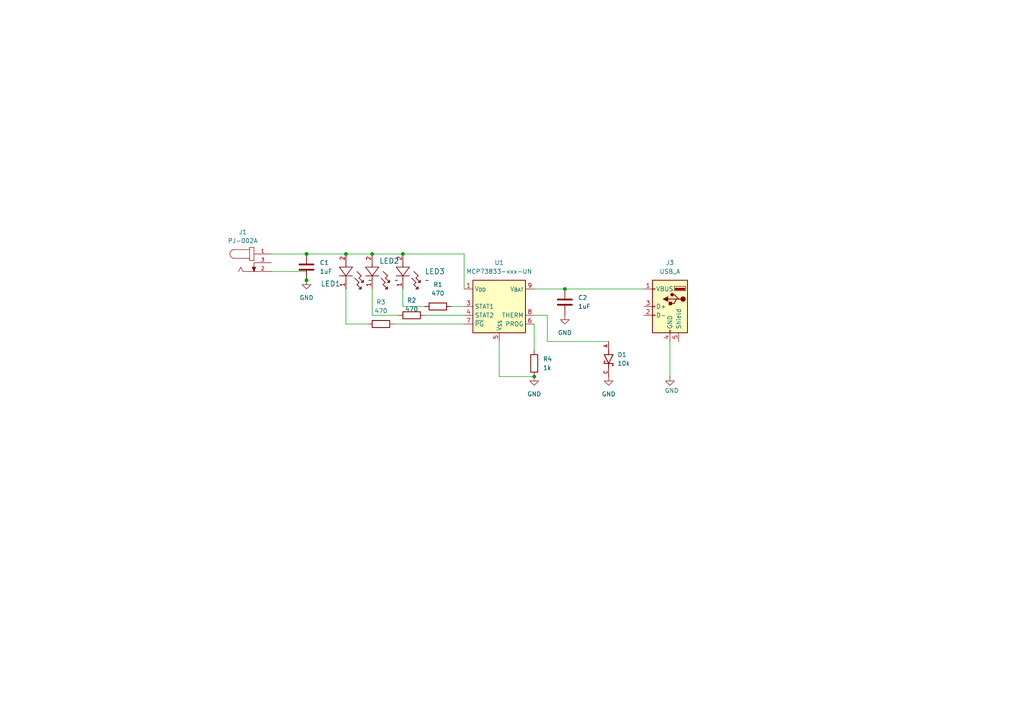
<source format=kicad_sch>
(kicad_sch (version 20250114) (generator "eeschema") (generator_version "9.0")
  (paper "A4")
  (lib_symbols
    (symbol "1N5819HW-7:1N5819HW-7" (pin_names (offset 1.016))
      (property "Reference" "D" (at -5.08 2.54 0))
      (property "Value" "1N5819HW-7" (at -5.08 -3.81 0))
      (symbol "1N5819HW-7_0_0"
        (polyline (pts (xy -2.54 0) (xy -1.27 0)) (stroke (width 0.254)))
        (polyline (pts (xy -1.27 1.27) (xy -1.27 -1.27)) (stroke (width 0.254)))
        (polyline (pts (xy -1.27 -1.27) (xy 1.27 0)) (stroke (width 0.254)))
        (polyline (pts (xy 0.635 -1.016) (xy 0.635 -1.27)) (stroke (width 0.254)))
        (polyline (pts (xy 1.27 1.27) (xy 1.27 -1.27)) (stroke (width 0.254)))
        (polyline (pts (xy 1.27 0) (xy -1.27 1.27)) (stroke (width 0.254)))
        (polyline (pts (xy 1.27 -1.27) (xy 0.635 -1.27)) (stroke (width 0.254)))
        (polyline (pts (xy 1.905 1.27) (xy 1.27 1.27)) (stroke (width 0.254)))
        (polyline (pts (xy 1.905 1.27) (xy 1.905 1.016)) (stroke (width 0.254)))
        (polyline (pts (xy 2.54 0) (xy 1.27 0)) (stroke (width 0.254)))
        (pin passive line (at -5.08 0 0) (length 2.54) (name "~") (number "A"))
        (pin passive line (at 5.08 0 180) (length 2.54) (name "~") (number "C"))
      )
    )
    (symbol "2025-09-04_19-11-49:LTST-C150GKT" (pin_names (offset 0.254))
      (property "Reference" "LED" (at 5.08 -4.445 0))
      (property "Value" "LTST-C150GKT" (at 5.08 -7.62 0))
      (symbol "LTST-C150GKT_1_1"
        (polyline (pts (xy 2.54 0) (xy 3.4798 0)) (stroke (width 0.2032)))
        (polyline (pts (xy 3.175 0) (xy 3.81 0)) (stroke (width 0.2032)))
        (polyline (pts (xy 3.81 1.905) (xy 3.81 -1.905)) (stroke (width 0.2032)))
        (polyline (pts (xy 3.81 -1.905) (xy 6.35 0)) (stroke (width 0.2032)))
        (polyline (pts (xy 5.08 3.175) (xy 6.35 4.445)) (stroke (width 0.2032)))
        (polyline (pts (xy 6.35 4.445) (xy 6.985 3.81)) (stroke (width 0.2032)))
        (polyline (pts (xy 6.35 0) (xy 3.81 1.905)) (stroke (width 0.2032)))
        (polyline (pts (xy 6.35 0) (xy 7.62 0)) (stroke (width 0.2032)))
        (polyline (pts (xy 6.35 -1.905) (xy 6.35 1.905)) (stroke (width 0.2032)))
        (polyline (pts (xy 6.985 3.81) (xy 8.255 5.08)) (stroke (width 0.2032)))
        (polyline (pts (xy 6.985 2.54) (xy 8.255 3.81)) (stroke (width 0.2032)))
        (polyline (pts (xy 7.62 5.08) (xy 8.255 4.445)) (stroke (width 0.2032)))
        (polyline (pts (xy 8.255 5.08) (xy 7.62 5.08)) (stroke (width 0.2032)))
        (polyline (pts (xy 8.255 4.445) (xy 8.255 5.08)) (stroke (width 0.2032)))
        (polyline (pts (xy 8.255 3.81) (xy 8.89 3.175)) (stroke (width 0.2032)))
        (polyline (pts (xy 8.89 3.175) (xy 10.16 4.445)) (stroke (width 0.2032)))
        (polyline (pts (xy 9.525 4.445) (xy 10.16 3.81)) (stroke (width 0.2032)))
        (polyline (pts (xy 10.16 4.445) (xy 9.525 4.445)) (stroke (width 0.2032)))
        (polyline (pts (xy 10.16 3.81) (xy 10.16 4.445)) (stroke (width 0.2032)))
        (pin unspecified line (at 0 0 0) (length 2.54) (name "") (number "2"))
        (pin unspecified line (at 10.16 0 180) (length 2.54) (name "") (number "1"))
      )
      (symbol "LTST-C150GKT_1_2"
        (polyline (pts (xy -5.08 8.255) (xy -5.08 7.62)) (stroke (width 0.2032)))
        (polyline (pts (xy -5.08 7.62) (xy -4.445 8.255)) (stroke (width 0.2032)))
        (polyline (pts (xy -4.445 10.16) (xy -4.445 9.525)) (stroke (width 0.2032)))
        (polyline (pts (xy -4.445 9.525) (xy -3.81 10.16)) (stroke (width 0.2032)))
        (polyline (pts (xy -4.445 8.255) (xy -5.08 8.255)) (stroke (width 0.2032)))
        (polyline (pts (xy -4.445 6.35) (xy -3.81 6.985)) (stroke (width 0.2032)))
        (polyline (pts (xy -3.81 10.16) (xy -4.445 10.16)) (stroke (width 0.2032)))
        (polyline (pts (xy -3.81 8.255) (xy -3.175 8.89)) (stroke (width 0.2032)))
        (polyline (pts (xy -3.81 6.985) (xy -5.08 8.255)) (stroke (width 0.2032)))
        (polyline (pts (xy -3.175 8.89) (xy -4.445 10.16)) (stroke (width 0.2032)))
        (polyline (pts (xy -3.175 5.08) (xy -4.445 6.35)) (stroke (width 0.2032)))
        (polyline (pts (xy -2.54 6.985) (xy -3.81 8.255)) (stroke (width 0.2032)))
        (polyline (pts (xy -1.905 3.81) (xy 1.905 3.81)) (stroke (width 0.2032)))
        (polyline (pts (xy 0 6.35) (xy -1.905 3.81)) (stroke (width 0.2032)))
        (polyline (pts (xy 0 6.35) (xy 0 7.62)) (stroke (width 0.2032)))
        (polyline (pts (xy 0 3.175) (xy 0 3.81)) (stroke (width 0.2032)))
        (polyline (pts (xy 0 2.54) (xy 0 3.4798)) (stroke (width 0.2032)))
        (polyline (pts (xy 1.905 6.35) (xy -1.905 6.35)) (stroke (width 0.2032)))
        (polyline (pts (xy 1.905 3.81) (xy 0 6.35)) (stroke (width 0.2032)))
        (pin unspecified line (at 0 10.16 270) (length 2.54) (name "") (number "1"))
        (pin unspecified line (at 0 0 90) (length 2.54) (name "") (number "2"))
      )
    )
    (symbol "Battery_Management:MCP73833-xxx-UN"
      (property "Reference" "U" (at -6.35 8.89 0))
      (property "Value" "MCP73833-xxx-UN" (at 10.16 8.89 0))
      (symbol "MCP73833-xxx-UN_1_1"
        (rectangle (start -7.62 7.62) (end 7.62 -7.62) (stroke (width 0.254)) (fill (type background)))
        (pin power_in line (at -10.16 5.08 0) (length 2.54) (name "V_{DD}") (number "1"))
        (pin passive line (at -10.16 5.08 0) (length 2.54) (hide yes) (name "V_{DD}") (number "2"))
        (pin open_collector line (at -10.16 0 0) (length 2.54) (name "STAT1") (number "3"))
        (pin open_collector line (at -10.16 -2.54 0) (length 2.54) (name "STAT2") (number "4"))
        (pin open_collector line (at -10.16 -5.08 0) (length 2.54) (name "~{PG}") (number "7"))
        (pin power_in line (at 0 -10.16 90) (length 2.54) (name "V_{SS}") (number "5"))
        (pin passive line (at 10.16 5.08 180) (length 2.54) (hide yes) (name "V_{BAT}") (number "10"))
        (pin power_out line (at 10.16 5.08 180) (length 2.54) (name "V_{BAT}") (number "9"))
        (pin passive line (at 10.16 -2.54 180) (length 2.54) (name "THERM") (number "8"))
        (pin input line (at 10.16 -5.08 180) (length 2.54) (name "PROG") (number "6"))
      )
    )
    (symbol "Connector:USB_A" (pin_names (offset 1.016))
      (property "Reference" "J" (at -5.08 11.43 0))
      (property "Value" "USB_A" (at -5.08 8.89 0))
      (symbol "USB_A_0_1"
        (rectangle (start -5.08 -7.62) (end 5.08 7.62) (stroke (width 0.254)) (fill (type background)))
        (circle (center -3.81 2.159) (radius 0.635) (stroke (width 0.254)) (fill (type outline)))
        (polyline (pts (xy -3.175 2.159) (xy -2.54 2.159) (xy -1.27 3.429) (xy -0.635 3.429)) (stroke (width 0.254)))
        (polyline (pts (xy -2.54 2.159) (xy -1.905 2.159) (xy -1.27 0.889) (xy 0 0.889)) (stroke (width 0.254)))
        (rectangle (start -1.524 4.826) (end -4.318 5.334) (fill (type outline)))
        (rectangle (start -1.27 4.572) (end -4.572 5.842))
        (circle (center -0.635 3.429) (radius 0.381) (stroke (width 0.254)) (fill (type outline)))
        (rectangle (start -0.127 -7.62) (end 0.127 -6.858))
        (rectangle (start 0.254 1.27) (end -0.508 0.508) (stroke (width 0.254)) (fill (type outline)))
        (polyline (pts (xy 0.635 2.794) (xy 0.635 1.524) (xy 1.905 2.159) (xy 0.635 2.794)) (stroke (width 0.254)) (fill (type outline)))
        (rectangle (start 5.08 4.953) (end 4.318 5.207))
        (rectangle (start 5.08 -0.127) (end 4.318 0.127))
        (rectangle (start 5.08 -2.667) (end 4.318 -2.413))
      )
      (symbol "USB_A_1_1"
        (polyline (pts (xy -1.905 2.159) (xy 0.635 2.159)) (stroke (width 0.254)))
        (pin passive line (at -2.54 -10.16 90) (length 2.54) (name "Shield") (number "5"))
        (pin power_in line (at 0 -10.16 90) (length 2.54) (name "GND") (number "4"))
        (pin power_in line (at 7.62 5.08 180) (length 2.54) (name "VBUS") (number "1"))
        (pin bidirectional line (at 7.62 0 180) (length 2.54) (name "D+") (number "3"))
        (pin bidirectional line (at 7.62 -2.54 180) (length 2.54) (name "D-") (number "2"))
      )
    )
    (symbol "Device:C" (pin_numbers (hide yes)) (pin_names (offset 0.254))
      (property "Reference" "C" (at 0.635 2.54 0))
      (property "Value" "C" (at 0.635 -2.54 0))
      (symbol "C_0_1"
        (polyline (pts (xy -2.032 0.762) (xy 2.032 0.762)) (stroke (width 0.508)))
        (polyline (pts (xy -2.032 -0.762) (xy 2.032 -0.762)) (stroke (width 0.508)))
      )
      (symbol "C_1_1"
        (pin passive line (at 0 3.81 270) (length 2.794) (name "~") (number "1"))
        (pin passive line (at 0 -3.81 90) (length 2.794) (name "~") (number "2"))
      )
    )
    (symbol "Device:R" (pin_numbers (hide yes)) (pin_names (offset 0))
      (property "Reference" "R" (at 2.032 0 90))
      (property "Value" "R" (at 0 0 90))
      (symbol "R_0_1"
        (rectangle (start -1.016 -2.54) (end 1.016 2.54) (stroke (width 0.254)))
      )
      (symbol "R_1_1"
        (pin passive line (at 0 3.81 270) (length 1.27) (name "~") (number "1"))
        (pin passive line (at 0 -3.81 90) (length 1.27) (name "~") (number "2"))
      )
    )
    (symbol "PJ-002A:PJ-002A" (pin_names (offset 1.016))
      (property "Reference" "J" (at -7.6212 5.0808 0))
      (property "Value" "PJ-002A" (at -7.6324 -5.0882 0))
      (symbol "PJ-002A_0_0"
        (polyline (pts (xy -5.715 3.81) (xy -1.27 3.81)) (stroke (width 0.1524)))
        (arc (start -5.715 1.27) (mid -6.9794 2.54) (end -5.715 3.81) (stroke (width 0.1524)))
        (polyline (pts (xy -3.81 -1.27) (xy -4.445 -2.54)) (stroke (width 0.1524)))
        (polyline (pts (xy -3.175 -2.54) (xy -3.81 -1.27)) (stroke (width 0.1524)))
        (polyline (pts (xy -1.27 4.445) (xy -1.27 3.81)) (stroke (width 0.1524)))
        (polyline (pts (xy -1.27 3.81) (xy -1.27 1.27)) (stroke (width 0.1524)))
        (polyline (pts (xy -1.27 1.27) (xy -5.715 1.27)) (stroke (width 0.1524)))
        (polyline (pts (xy -1.27 1.27) (xy -1.27 0.635)) (stroke (width 0.1524)))
        (polyline (pts (xy -1.27 0.635) (xy 0 0.635)) (stroke (width 0.1524)))
        (polyline (pts (xy 0 4.445) (xy -1.27 4.445)) (stroke (width 0.1524)))
        (polyline (pts (xy 0 0.635) (xy 0 4.445)) (stroke (width 0.1524)))
        (polyline (pts (xy 0 0) (xy 0 -2.54)) (stroke (width 0.1524)))
        (polyline (pts (xy 0 -2.54) (xy -3.175 -2.54)) (stroke (width 0.1524)))
        (polyline (pts (xy 0 -2.54) (xy -0.508 -1.27) (xy 0.508 -1.27) (xy 0 -2.54)) (stroke (width 0.1524)) (fill (type outline)))
        (pin passive line (at 5.08 2.54 180) (length 5.08) (name "~") (number "1"))
        (pin passive line (at 5.08 0 180) (length 5.08) (name "~") (number "3"))
        (pin passive line (at 5.08 -2.54 180) (length 5.08) (name "~") (number "2"))
      )
    )
    (symbol "power:GND" (power) (pin_numbers (hide yes)) (pin_names (offset 0) (hide yes))
      (property "Value" "GND" (at 0 -3.81 0))
      (symbol "GND_0_1"
        (polyline (pts (xy 0 0) (xy 0 -1.27) (xy 1.27 -1.27) (xy 0 -2.54) (xy -1.27 -1.27) (xy 0 -1.27)))
      )
      (symbol "GND_1_1"
        (pin power_in line (at 0 0 270) (length 0) (name "~") (number "1"))
      )
    )
  )
  (junction (at 116.84 73.66))
  (junction (at 88.9 81.28))
  (junction (at 154.94 109.22))
  (junction (at 107.95 73.66))
  (junction (at 100.33 73.66))
  (junction (at 88.9 73.66))
  (junction (at 163.83 83.82))
  (wire (pts (xy 158.75 91.44) (xy 158.75 99.06)))
  (wire (pts (xy 163.83 83.82) (xy 186.69 83.82)))
  (wire (pts (xy 114.3 93.98) (xy 134.62 93.98)))
  (wire (pts (xy 154.94 83.82) (xy 163.83 83.82)))
  (wire (pts (xy 158.75 99.06) (xy 176.53 99.06)))
  (wire (pts (xy 78.74 73.66) (xy 88.9 73.66)))
  (wire (pts (xy 88.9 78.74) (xy 88.9 81.28)))
  (wire (pts (xy 130.81 88.9) (xy 134.62 88.9)))
  (wire (pts (xy 100.33 93.98) (xy 106.68 93.98)))
  (wire (pts (xy 134.62 73.66) (xy 134.62 83.82)))
  (wire (pts (xy 116.84 88.9) (xy 123.19 88.9)))
  (wire (pts (xy 107.95 91.44) (xy 115.57 91.44)))
  (wire (pts (xy 194.31 109.22) (xy 194.31 99.06)))
  (wire (pts (xy 154.94 91.44) (xy 158.75 91.44)))
  (wire (pts (xy 100.33 73.66) (xy 107.95 73.66)))
  (wire (pts (xy 154.94 109.22) (xy 144.78 109.22)))
  (wire (pts (xy 116.84 83.82) (xy 116.84 88.9)))
  (wire (pts (xy 88.9 81.28) (xy 88.9 82.55)))
  (wire (pts (xy 100.33 83.82) (xy 100.33 93.98)))
  (wire (pts (xy 154.94 93.98) (xy 154.94 101.6)))
  (wire (pts (xy 116.84 73.66) (xy 134.62 73.66)))
  (wire (pts (xy 144.78 109.22) (xy 144.78 99.06)))
  (wire (pts (xy 78.74 78.74) (xy 88.9 78.74)))
  (wire (pts (xy 123.19 91.44) (xy 134.62 91.44)))
  (wire (pts (xy 107.95 73.66) (xy 116.84 73.66)))
  (wire (pts (xy 88.9 73.66) (xy 100.33 73.66)))
  (wire (pts (xy 107.95 83.82) (xy 107.95 91.44)))
  (symbol (lib_id "Device:C") (at 163.83 87.63 0) (unit 1)
    (property "Reference" "C2" (at 167.64 86.3599 0) (effects (justify left)))
    (property "Value" "1uF" (at 167.64 88.8999 0) (effects (justify left)))
    (property "Footprint" "Capacitor_SMD:C_0805_2012Metric" (effects (hide yes)))
    (property "Description" "Unpolarized capacitor" (effects (hide yes)))
  )
  (symbol (lib_id "2025-09-04_19-11-49:LTST-C150GKT") (at 100.33 73.66 270) (unit 1)
    (property "Reference" "LED1" (at 92.964 82.296 90) (effects (font (size 1.524 1.524)) (justify left)))
    (property "Value" "~" (at 106.68 81.2799 90) (effects (font (size 1.524 1.524)) (justify left)))
    (property "Footprint" "Componentes:LED_LTST-C150GKT_LTO" (effects (hide yes)))
    (property "Datasheet" "LTST-C150GKT" (effects (hide yes)))
  )
  (symbol (lib_id "Device:R") (at 119.38 91.44 270) (unit 1)
    (property "Reference" "R2" (at 119.38 87.122 90))
    (property "Value" "470" (at 119.38 89.662 90))
    (property "Footprint" "Resistor_SMD:R_0805_2012Metric" (effects (hide yes)))
    (property "Description" "Resistor" (effects (hide yes)))
  )
  (symbol (lib_id "Connector:USB_A") (at 194.31 88.9 0) (mirror y) (unit 1)
    (property "Reference" "J3" (at 194.31 76.2 0))
    (property "Value" "USB_A" (at 194.31 78.74 0))
    (property "Footprint" "Connector_USB:USB_A_Molex_67643_Horizontal" (effects (hide yes)))
    (property "Description" "USB Type A connector" (effects (hide yes)))
  )
  (symbol (lib_id "power:GND") (at 154.94 109.22 0) (unit 1)
    (property "Reference" "#PWR04" (effects (hide yes)))
    (property "Value" "GND" (at 154.94 114.3 0))
    (property "Description" "Power symbol creates a global label with name \"GND\" , ground" (effects (hide yes)))
  )
  (symbol (lib_id "power:GND") (at 194.31 109.22 0) (unit 1)
    (property "Reference" "#PWR03" (effects (hide yes)))
    (property "Value" "GND" (at 192.786 113.284 0) (effects (justify left)))
    (property "Description" "Power symbol creates a global label with name \"GND\" , ground" (effects (hide yes)))
  )
  (symbol (lib_id "power:GND") (at 88.9 81.28 0) (unit 1)
    (property "Reference" "#PWR01" (effects (hide yes)))
    (property "Value" "GND" (at 88.9 86.36 0))
    (property "Description" "Power symbol creates a global label with name \"GND\" , ground" (effects (hide yes)))
  )
  (symbol (lib_id "Device:R") (at 154.94 105.41 0) (unit 1)
    (property "Reference" "R4" (at 157.48 104.1399 0) (effects (justify left)))
    (property "Value" "1k" (at 157.48 106.6799 0) (effects (justify left)))
    (property "Footprint" "Resistor_SMD:R_0805_2012Metric" (effects (hide yes)))
    (property "Description" "Resistor" (effects (hide yes)))
  )
  (symbol (lib_id "Device:R") (at 127 88.9 270) (unit 1)
    (property "Reference" "R1" (at 127 82.55 90))
    (property "Value" "470" (at 127 85.09 90))
    (property "Footprint" "Resistor_SMD:R_0805_2012Metric" (effects (hide yes)))
    (property "Description" "Resistor" (effects (hide yes)))
  )
  (symbol (lib_id "1N5819HW-7:1N5819HW-7") (at 176.53 104.14 270) (unit 1)
    (property "Reference" "D1" (at 179.07 102.8699 90) (effects (justify left)))
    (property "Value" "10k" (at 179.07 105.4099 90) (effects (justify left)))
    (property "Footprint" "Componentes:SOD3715X145N" (effects (hide yes)))
    (property "PARTREV" "18-2" (effects (hide yes)))
    (property "STANDARD" "IPC-7351B" (effects (hide yes)))
    (property "MANUFACTURER" "Diodes Inc." (effects (hide yes)))
  )
  (symbol (lib_id "PJ-002A:PJ-002A") (at 73.66 76.2 0) (unit 1)
    (property "Reference" "J1" (at 70.4243 67.31 0))
    (property "Value" "PJ-002A" (at 70.4243 69.85 0))
    (property "Footprint" "Componentes:CUI_PJ-002A" (effects (hide yes)))
    (property "MANUFACTURER" "CUI INC" (effects (hide yes)))
    (property "STANDARD" "Manufacturer recommendations" (effects (hide yes)))
  )
  (symbol (lib_id "2025-09-04_19-11-49:LTST-C150GKT") (at 116.84 73.66 270) (unit 1)
    (property "Reference" "LED3" (at 123.19 78.7399 90) (effects (font (size 1.524 1.524)) (justify left)))
    (property "Value" "~" (at 123.19 81.2799 90) (effects (font (size 1.524 1.524)) (justify left)))
    (property "Footprint" "Componentes:LED_LTST-C150GKT_LTO" (effects (hide yes)))
    (property "Datasheet" "LTST-C150GKT" (effects (hide yes)))
  )
  (symbol (lib_id "Battery_Management:MCP73833-xxx-UN") (at 144.78 88.9 0) (unit 1)
    (property "Reference" "U1" (at 144.78 76.2 0))
    (property "Value" "MCP73833-xxx-UN" (at 144.78 78.74 0))
    (property "Footprint" "Package_SO:MSOP-10_3x3mm_P0.5mm" (effects (hide yes)))
    (property "Datasheet" "https://ww1.microchip.com/downloads/aemDocuments/documents/OTH/ProductDocuments/DataSheets/22005b.pdf" (effects (hide yes)))
    (property "Description" "Stand-Alone Linear Li-Ion / Li-Polymer Charge Management Controller, MSOP-10" (effects (hide yes)))
  )
  (symbol (lib_id "Device:C") (at 88.9 77.47 0) (unit 1)
    (property "Reference" "C1" (at 92.71 76.1999 0) (effects (justify left)))
    (property "Value" "1uF" (at 92.71 78.7399 0) (effects (justify left)))
    (property "Footprint" "Capacitor_SMD:C_0805_2012Metric" (effects (hide yes)))
    (property "Description" "Unpolarized capacitor" (effects (hide yes)))
  )
  (symbol (lib_id "2025-09-04_19-11-49:LTST-C150GKT") (at 107.95 73.66 270) (unit 1)
    (property "Reference" "LED2" (at 109.982 75.692 90) (effects (font (size 1.524 1.524)) (justify left)))
    (property "Value" "~" (at 114.3 81.2799 90) (effects (font (size 1.524 1.524)) (justify left)))
    (property "Footprint" "Componentes:LED_LTST-C150GKT_LTO" (effects (hide yes)))
    (property "Datasheet" "LTST-C150GKT" (effects (hide yes)))
  )
  (symbol (lib_id "power:GND") (at 163.83 91.44 0) (unit 1)
    (property "Reference" "#PWR02" (effects (hide yes)))
    (property "Value" "GND" (at 163.83 96.52 0))
    (property "Description" "Power symbol creates a global label with name \"GND\" , ground" (effects (hide yes)))
  )
  (symbol (lib_id "power:GND") (at 176.53 109.22 0) (unit 1)
    (property "Reference" "#PWR05" (effects (hide yes)))
    (property "Value" "GND" (at 176.53 114.3 0))
    (property "Description" "Power symbol creates a global label with name \"GND\" , ground" (effects (hide yes)))
  )
  (symbol (lib_id "Device:R") (at 110.49 93.98 270) (unit 1)
    (property "Reference" "R3" (at 110.49 87.63 90))
    (property "Value" "470" (at 110.49 90.17 90))
    (property "Footprint" "Resistor_SMD:R_0805_2012Metric" (effects (hide yes)))
    (property "Description" "Resistor" (effects (hide yes)))
  )
)
</source>
